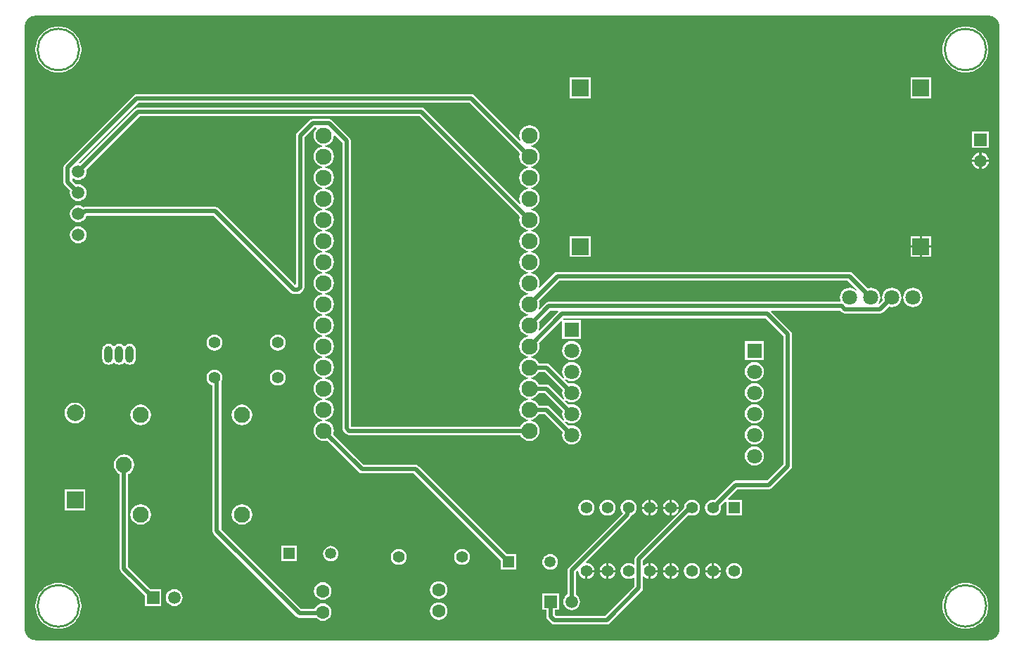
<source format=gbl>
G04*
G04 #@! TF.GenerationSoftware,Altium Limited,Altium Designer,22.2.1 (43)*
G04*
G04 Layer_Physical_Order=2*
G04 Layer_Color=16711680*
%FSLAX42Y42*%
%MOMM*%
G71*
G04*
G04 #@! TF.SameCoordinates,38A85AE6-A4D5-4193-AC1F-1DFF1A3BB725*
G04*
G04*
G04 #@! TF.FilePolarity,Positive*
G04*
G01*
G75*
%ADD13C,0.20*%
%ADD14C,0.25*%
%ADD34C,0.51*%
%ADD35C,1.40*%
%ADD36R,1.40X1.40*%
%ADD37R,1.80X1.80*%
%ADD38C,1.80*%
%ADD39C,1.93*%
%ADD40R,2.00X2.00*%
%ADD41C,1.50*%
%ADD42R,1.50X1.50*%
%ADD43C,1.95*%
%ADD44C,1.35*%
%ADD45R,1.35X1.35*%
%ADD46R,1.50X1.50*%
%ADD47C,1.60*%
%ADD48C,2.00*%
%ADD49O,1.00X2.00*%
%ADD50O,1.00X2.00*%
G36*
X14413Y12416D02*
X14437Y12406D01*
X14457Y12392D01*
X14475Y12375D01*
X14489Y12354D01*
X14499Y12331D01*
X14503Y12306D01*
Y12294D01*
Y5042D01*
Y5029D01*
X14499Y5005D01*
X14489Y4982D01*
X14475Y4961D01*
X14457Y4943D01*
X14437Y4929D01*
X14413Y4920D01*
X14389Y4915D01*
X2896D01*
X2871Y4920D01*
X2848Y4929D01*
X2827Y4943D01*
X2810Y4961D01*
X2796Y4982D01*
X2786Y5005D01*
X2781Y5029D01*
Y5042D01*
Y12294D01*
Y12306D01*
X2786Y12331D01*
X2796Y12354D01*
X2810Y12375D01*
X2827Y12392D01*
X2848Y12406D01*
X2871Y12416D01*
X2896Y12421D01*
X14389D01*
X14413Y12416D01*
D02*
G37*
%LPC*%
G36*
X14125Y12296D02*
X14075D01*
X14073Y12295D01*
X14070D01*
X14022Y12286D01*
X14020Y12285D01*
X14017Y12284D01*
X13972Y12265D01*
X13970Y12264D01*
X13967Y12263D01*
X13926Y12236D01*
X13924Y12234D01*
X13922Y12232D01*
X13888Y12198D01*
X13886Y12196D01*
X13884Y12194D01*
X13857Y12153D01*
X13856Y12150D01*
X13855Y12148D01*
X13836Y12103D01*
X13835Y12100D01*
X13834Y12098D01*
X13825Y12050D01*
Y12047D01*
X13824Y12045D01*
Y11995D01*
X13825Y11993D01*
Y11990D01*
X13834Y11942D01*
X13835Y11940D01*
X13836Y11937D01*
X13855Y11892D01*
X13856Y11890D01*
X13857Y11887D01*
X13884Y11846D01*
X13886Y11844D01*
X13888Y11842D01*
X13922Y11807D01*
X13924Y11806D01*
X13926Y11804D01*
X13967Y11777D01*
X13970Y11776D01*
X13972Y11775D01*
X14017Y11756D01*
X14020Y11755D01*
X14022Y11754D01*
X14070Y11745D01*
X14073D01*
X14075Y11744D01*
X14125D01*
X14127Y11745D01*
X14130D01*
X14178Y11754D01*
X14180Y11755D01*
X14183Y11756D01*
X14228Y11775D01*
X14230Y11776D01*
X14233Y11777D01*
X14274Y11804D01*
X14276Y11806D01*
X14278Y11807D01*
X14312Y11842D01*
X14314Y11844D01*
X14316Y11846D01*
X14343Y11887D01*
X14344Y11890D01*
X14345Y11892D01*
X14364Y11937D01*
X14365Y11940D01*
X14366Y11942D01*
X14375Y11990D01*
Y11993D01*
X14376Y11995D01*
Y12045D01*
X14375Y12047D01*
Y12050D01*
X14366Y12098D01*
X14365Y12100D01*
X14364Y12103D01*
X14345Y12148D01*
X14344Y12150D01*
X14343Y12153D01*
X14316Y12194D01*
X14314Y12196D01*
X14312Y12198D01*
X14278Y12232D01*
X14276Y12234D01*
X14274Y12236D01*
X14233Y12263D01*
X14230Y12264D01*
X14228Y12265D01*
X14183Y12284D01*
X14180Y12285D01*
X14178Y12286D01*
X14130Y12295D01*
X14127D01*
X14125Y12296D01*
D02*
G37*
G36*
X3205D02*
X3155D01*
X3153Y12295D01*
X3150D01*
X3102Y12286D01*
X3100Y12285D01*
X3097Y12284D01*
X3052Y12265D01*
X3050Y12264D01*
X3047Y12263D01*
X3006Y12236D01*
X3004Y12234D01*
X3002Y12232D01*
X2967Y12198D01*
X2966Y12196D01*
X2964Y12194D01*
X2937Y12153D01*
X2936Y12150D01*
X2935Y12148D01*
X2916Y12103D01*
X2915Y12100D01*
X2914Y12098D01*
X2905Y12050D01*
Y12047D01*
X2904Y12045D01*
Y11995D01*
X2905Y11993D01*
Y11990D01*
X2914Y11942D01*
X2915Y11940D01*
X2916Y11937D01*
X2935Y11892D01*
X2936Y11890D01*
X2937Y11887D01*
X2964Y11846D01*
X2966Y11844D01*
X2967Y11842D01*
X3002Y11807D01*
X3004Y11806D01*
X3006Y11804D01*
X3047Y11777D01*
X3050Y11776D01*
X3052Y11775D01*
X3097Y11756D01*
X3100Y11755D01*
X3102Y11754D01*
X3150Y11745D01*
X3153D01*
X3155Y11744D01*
X3205D01*
X3207Y11745D01*
X3210D01*
X3258Y11754D01*
X3260Y11755D01*
X3263Y11756D01*
X3308Y11775D01*
X3310Y11776D01*
X3313Y11777D01*
X3354Y11804D01*
X3356Y11806D01*
X3358Y11807D01*
X3392Y11842D01*
X3394Y11844D01*
X3396Y11846D01*
X3423Y11887D01*
X3424Y11890D01*
X3425Y11892D01*
X3444Y11937D01*
X3445Y11940D01*
X3446Y11942D01*
X3455Y11990D01*
Y11993D01*
X3456Y11995D01*
Y12045D01*
X3455Y12047D01*
Y12050D01*
X3446Y12098D01*
X3445Y12100D01*
X3444Y12103D01*
X3425Y12148D01*
X3424Y12150D01*
X3423Y12153D01*
X3396Y12194D01*
X3394Y12196D01*
X3392Y12198D01*
X3358Y12232D01*
X3356Y12234D01*
X3354Y12236D01*
X3313Y12263D01*
X3310Y12264D01*
X3308Y12265D01*
X3263Y12284D01*
X3260Y12285D01*
X3258Y12286D01*
X3210Y12295D01*
X3207D01*
X3205Y12296D01*
D02*
G37*
G36*
X13689Y11682D02*
X13438D01*
Y11432D01*
X13689D01*
Y11682D01*
D02*
G37*
G36*
X9589D02*
X9338D01*
Y11432D01*
X9589D01*
Y11682D01*
D02*
G37*
G36*
X14380Y11034D02*
X14180D01*
Y10834D01*
X14380D01*
Y11034D01*
D02*
G37*
G36*
X14293Y10780D02*
Y10693D01*
X14380D01*
X14378Y10706D01*
X14368Y10731D01*
X14352Y10752D01*
X14331Y10768D01*
X14306Y10778D01*
X14293Y10780D01*
D02*
G37*
G36*
X14267D02*
X14254Y10778D01*
X14229Y10768D01*
X14208Y10752D01*
X14192Y10731D01*
X14182Y10706D01*
X14180Y10693D01*
X14267D01*
Y10780D01*
D02*
G37*
G36*
X14380Y10667D02*
X14293D01*
Y10580D01*
X14306Y10582D01*
X14331Y10592D01*
X14352Y10608D01*
X14368Y10629D01*
X14378Y10654D01*
X14380Y10667D01*
D02*
G37*
G36*
X14267D02*
X14180D01*
X14182Y10654D01*
X14192Y10629D01*
X14208Y10608D01*
X14229Y10592D01*
X14254Y10582D01*
X14267Y10580D01*
Y10667D01*
D02*
G37*
G36*
X3420Y9889D02*
X3394Y9886D01*
X3369Y9876D01*
X3348Y9860D01*
X3332Y9839D01*
X3322Y9814D01*
X3319Y9788D01*
X3322Y9762D01*
X3332Y9737D01*
X3348Y9716D01*
X3369Y9700D01*
X3394Y9690D01*
X3420Y9687D01*
X3446Y9690D01*
X3471Y9700D01*
X3492Y9716D01*
X3508Y9737D01*
X3518Y9762D01*
X3521Y9788D01*
X3518Y9814D01*
X3508Y9839D01*
X3492Y9860D01*
X3471Y9876D01*
X3446Y9886D01*
X3420Y9889D01*
D02*
G37*
G36*
X13689Y9772D02*
X13576D01*
Y9660D01*
X13689D01*
Y9772D01*
D02*
G37*
G36*
X13551D02*
X13438D01*
Y9660D01*
X13551D01*
Y9772D01*
D02*
G37*
G36*
X13689Y9634D02*
X13576D01*
Y9522D01*
X13689D01*
Y9634D01*
D02*
G37*
G36*
X13551D02*
X13438D01*
Y9522D01*
X13551D01*
Y9634D01*
D02*
G37*
G36*
X9589Y9772D02*
X9338D01*
Y9522D01*
X9589D01*
Y9772D01*
D02*
G37*
G36*
X13468Y9151D02*
X13438Y9147D01*
X13410Y9135D01*
X13386Y9117D01*
X13367Y9092D01*
X13355Y9064D01*
X13352Y9034D01*
X13355Y9004D01*
X13367Y8976D01*
X13386Y8952D01*
X13410Y8933D01*
X13438Y8922D01*
X13468Y8918D01*
X13498Y8922D01*
X13526Y8933D01*
X13550Y8952D01*
X13569Y8976D01*
X13580Y9004D01*
X13584Y9034D01*
X13580Y9064D01*
X13569Y9092D01*
X13550Y9117D01*
X13526Y9135D01*
X13498Y9147D01*
X13468Y9151D01*
D02*
G37*
G36*
X4037Y8476D02*
X4017Y8473D01*
X3999Y8466D01*
X3983Y8454D01*
X3980Y8449D01*
X3967D01*
X3964Y8454D01*
X3948Y8466D01*
X3930Y8473D01*
X3910Y8476D01*
X3890Y8473D01*
X3872Y8466D01*
X3856Y8454D01*
X3853Y8449D01*
X3840D01*
X3837Y8454D01*
X3821Y8466D01*
X3803Y8473D01*
X3783Y8476D01*
X3763Y8473D01*
X3745Y8466D01*
X3729Y8454D01*
X3717Y8438D01*
X3710Y8420D01*
X3707Y8400D01*
Y8300D01*
X3710Y8280D01*
X3717Y8262D01*
X3729Y8246D01*
X3745Y8234D01*
X3763Y8227D01*
X3783Y8224D01*
X3803Y8227D01*
X3821Y8234D01*
X3837Y8246D01*
X3840Y8251D01*
X3853D01*
X3856Y8246D01*
X3872Y8234D01*
X3890Y8227D01*
X3910Y8224D01*
X3930Y8227D01*
X3948Y8234D01*
X3964Y8246D01*
X3967Y8251D01*
X3980D01*
X3983Y8246D01*
X3999Y8234D01*
X4017Y8227D01*
X4037Y8224D01*
X4057Y8227D01*
X4075Y8234D01*
X4091Y8246D01*
X4103Y8262D01*
X4110Y8280D01*
X4113Y8300D01*
Y8400D01*
X4110Y8420D01*
X4103Y8438D01*
X4091Y8454D01*
X4075Y8466D01*
X4057Y8473D01*
X4037Y8476D01*
D02*
G37*
G36*
X5821Y8586D02*
X5796Y8583D01*
X5773Y8573D01*
X5753Y8558D01*
X5738Y8538D01*
X5728Y8515D01*
X5725Y8490D01*
X5728Y8465D01*
X5738Y8442D01*
X5753Y8422D01*
X5773Y8407D01*
X5796Y8397D01*
X5821Y8394D01*
X5846Y8397D01*
X5869Y8407D01*
X5889Y8422D01*
X5904Y8442D01*
X5914Y8465D01*
X5917Y8490D01*
X5914Y8515D01*
X5904Y8538D01*
X5889Y8558D01*
X5869Y8573D01*
X5846Y8583D01*
X5821Y8586D01*
D02*
G37*
G36*
X5059D02*
X5034Y8583D01*
X5011Y8573D01*
X4991Y8558D01*
X4976Y8538D01*
X4966Y8515D01*
X4963Y8490D01*
X4966Y8465D01*
X4976Y8442D01*
X4991Y8422D01*
X5011Y8407D01*
X5034Y8397D01*
X5059Y8394D01*
X5084Y8397D01*
X5107Y8407D01*
X5127Y8422D01*
X5142Y8442D01*
X5152Y8465D01*
X5155Y8490D01*
X5152Y8515D01*
X5142Y8538D01*
X5127Y8558D01*
X5107Y8573D01*
X5084Y8583D01*
X5059Y8586D01*
D02*
G37*
G36*
X11675Y8510D02*
X11444D01*
Y8279D01*
X11675D01*
Y8510D01*
D02*
G37*
G36*
X9360Y8511D02*
X9330Y8507D01*
X9302Y8496D01*
X9278Y8477D01*
X9259Y8453D01*
X9247Y8425D01*
X9244Y8395D01*
X9247Y8365D01*
X9259Y8337D01*
X9278Y8312D01*
X9302Y8294D01*
X9330Y8282D01*
X9360Y8278D01*
X9390Y8282D01*
X9418Y8294D01*
X9442Y8312D01*
X9461Y8337D01*
X9472Y8365D01*
X9476Y8395D01*
X9472Y8425D01*
X9461Y8453D01*
X9442Y8477D01*
X9418Y8496D01*
X9390Y8507D01*
X9360Y8511D01*
D02*
G37*
G36*
X11560Y8257D02*
X11530Y8253D01*
X11502Y8242D01*
X11478Y8223D01*
X11459Y8199D01*
X11447Y8171D01*
X11444Y8141D01*
X11447Y8111D01*
X11459Y8083D01*
X11478Y8058D01*
X11502Y8040D01*
X11530Y8028D01*
X11560Y8024D01*
X11590Y8028D01*
X11618Y8040D01*
X11642Y8058D01*
X11661Y8083D01*
X11672Y8111D01*
X11676Y8141D01*
X11672Y8171D01*
X11661Y8199D01*
X11642Y8223D01*
X11618Y8242D01*
X11590Y8253D01*
X11560Y8257D01*
D02*
G37*
G36*
X5821Y8166D02*
X5796Y8163D01*
X5773Y8153D01*
X5753Y8138D01*
X5738Y8118D01*
X5728Y8095D01*
X5725Y8070D01*
X5728Y8045D01*
X5738Y8022D01*
X5753Y8002D01*
X5773Y7987D01*
X5796Y7977D01*
X5821Y7974D01*
X5846Y7977D01*
X5869Y7987D01*
X5889Y8002D01*
X5904Y8022D01*
X5914Y8045D01*
X5917Y8070D01*
X5914Y8095D01*
X5904Y8118D01*
X5889Y8138D01*
X5869Y8153D01*
X5846Y8163D01*
X5821Y8166D01*
D02*
G37*
G36*
X11560Y8003D02*
X11530Y7999D01*
X11502Y7988D01*
X11478Y7969D01*
X11459Y7945D01*
X11447Y7917D01*
X11444Y7887D01*
X11447Y7857D01*
X11459Y7829D01*
X11478Y7804D01*
X11502Y7786D01*
X11530Y7774D01*
X11560Y7770D01*
X11590Y7774D01*
X11618Y7786D01*
X11642Y7804D01*
X11661Y7829D01*
X11672Y7857D01*
X11676Y7887D01*
X11672Y7917D01*
X11661Y7945D01*
X11642Y7969D01*
X11618Y7988D01*
X11590Y7999D01*
X11560Y8003D01*
D02*
G37*
G36*
X3380Y7769D02*
X3347Y7765D01*
X3317Y7753D01*
X3291Y7732D01*
X3270Y7706D01*
X3258Y7676D01*
X3254Y7643D01*
X3258Y7610D01*
X3270Y7580D01*
X3291Y7554D01*
X3317Y7533D01*
X3347Y7521D01*
X3380Y7517D01*
X3413Y7521D01*
X3443Y7533D01*
X3469Y7554D01*
X3490Y7580D01*
X3502Y7610D01*
X3506Y7643D01*
X3502Y7676D01*
X3490Y7706D01*
X3469Y7732D01*
X3443Y7753D01*
X3413Y7765D01*
X3380Y7769D01*
D02*
G37*
G36*
X11560Y7749D02*
X11530Y7745D01*
X11502Y7734D01*
X11478Y7715D01*
X11459Y7691D01*
X11447Y7663D01*
X11444Y7633D01*
X11447Y7603D01*
X11459Y7575D01*
X11478Y7550D01*
X11502Y7532D01*
X11530Y7520D01*
X11560Y7516D01*
X11590Y7520D01*
X11618Y7532D01*
X11642Y7550D01*
X11661Y7575D01*
X11672Y7603D01*
X11676Y7633D01*
X11672Y7663D01*
X11661Y7691D01*
X11642Y7715D01*
X11618Y7734D01*
X11590Y7745D01*
X11560Y7749D01*
D02*
G37*
G36*
X5390Y7744D02*
X5358Y7740D01*
X5328Y7727D01*
X5302Y7708D01*
X5283Y7682D01*
X5270Y7652D01*
X5266Y7620D01*
X5270Y7588D01*
X5283Y7558D01*
X5302Y7532D01*
X5328Y7513D01*
X5358Y7500D01*
X5390Y7496D01*
X5422Y7500D01*
X5452Y7513D01*
X5478Y7532D01*
X5497Y7558D01*
X5510Y7588D01*
X5514Y7620D01*
X5510Y7652D01*
X5497Y7682D01*
X5478Y7708D01*
X5452Y7727D01*
X5422Y7740D01*
X5390Y7744D01*
D02*
G37*
G36*
X4170D02*
X4138Y7740D01*
X4108Y7727D01*
X4082Y7708D01*
X4063Y7682D01*
X4050Y7652D01*
X4046Y7620D01*
X4050Y7588D01*
X4063Y7558D01*
X4082Y7532D01*
X4108Y7513D01*
X4138Y7500D01*
X4170Y7496D01*
X4202Y7500D01*
X4232Y7513D01*
X4258Y7532D01*
X4277Y7558D01*
X4290Y7588D01*
X4294Y7620D01*
X4290Y7652D01*
X4277Y7682D01*
X4258Y7708D01*
X4232Y7727D01*
X4202Y7740D01*
X4170Y7744D01*
D02*
G37*
G36*
X8153Y11482D02*
X4122D01*
X4102Y11478D01*
X4085Y11467D01*
X3258Y10639D01*
X3246Y10622D01*
X3242Y10602D01*
Y10422D01*
X3246Y10402D01*
X3258Y10385D01*
X3322Y10321D01*
X3319Y10296D01*
X3322Y10270D01*
X3332Y10245D01*
X3348Y10224D01*
X3369Y10208D01*
X3394Y10198D01*
X3420Y10195D01*
X3446Y10198D01*
X3471Y10208D01*
X3492Y10224D01*
X3508Y10245D01*
X3518Y10270D01*
X3521Y10296D01*
X3518Y10322D01*
X3508Y10347D01*
X3492Y10368D01*
X3471Y10384D01*
X3446Y10394D01*
X3420Y10397D01*
X3395Y10394D01*
X3346Y10443D01*
Y10464D01*
X3359Y10470D01*
X3369Y10462D01*
X3394Y10452D01*
X3420Y10449D01*
X3446Y10452D01*
X3471Y10462D01*
X3492Y10478D01*
X3508Y10499D01*
X3518Y10524D01*
X3521Y10550D01*
X3518Y10575D01*
X4161Y11218D01*
X7530D01*
X8737Y10011D01*
X8733Y10001D01*
X8729Y9969D01*
X8733Y9938D01*
X8745Y9908D01*
X8765Y9883D01*
X8790Y9863D01*
X8820Y9851D01*
X8834Y9849D01*
Y9836D01*
X8820Y9834D01*
X8790Y9822D01*
X8765Y9802D01*
X8745Y9777D01*
X8733Y9747D01*
X8729Y9715D01*
X8733Y9684D01*
X8745Y9654D01*
X8765Y9629D01*
X8790Y9609D01*
X8820Y9597D01*
X8834Y9595D01*
Y9582D01*
X8820Y9580D01*
X8790Y9568D01*
X8765Y9548D01*
X8745Y9523D01*
X8733Y9493D01*
X8729Y9461D01*
X8733Y9430D01*
X8745Y9400D01*
X8765Y9375D01*
X8790Y9355D01*
X8820Y9343D01*
X8834Y9341D01*
Y9328D01*
X8820Y9326D01*
X8790Y9314D01*
X8765Y9294D01*
X8745Y9269D01*
X8733Y9239D01*
X8729Y9207D01*
X8733Y9176D01*
X8745Y9146D01*
X8765Y9121D01*
X8790Y9101D01*
X8820Y9089D01*
X8834Y9087D01*
Y9074D01*
X8820Y9072D01*
X8790Y9060D01*
X8765Y9040D01*
X8745Y9015D01*
X8733Y8985D01*
X8729Y8954D01*
X8733Y8922D01*
X8745Y8892D01*
X8765Y8867D01*
X8790Y8847D01*
X8820Y8835D01*
X8834Y8833D01*
Y8820D01*
X8820Y8818D01*
X8790Y8806D01*
X8765Y8786D01*
X8745Y8761D01*
X8733Y8731D01*
X8729Y8700D01*
X8733Y8668D01*
X8745Y8638D01*
X8765Y8613D01*
X8790Y8593D01*
X8820Y8581D01*
X8834Y8579D01*
Y8566D01*
X8820Y8564D01*
X8790Y8552D01*
X8765Y8532D01*
X8745Y8507D01*
X8733Y8477D01*
X8729Y8446D01*
X8733Y8414D01*
X8745Y8384D01*
X8765Y8359D01*
X8790Y8339D01*
X8820Y8327D01*
X8834Y8325D01*
Y8312D01*
X8820Y8310D01*
X8790Y8298D01*
X8765Y8278D01*
X8745Y8253D01*
X8733Y8223D01*
X8729Y8192D01*
X8733Y8160D01*
X8745Y8130D01*
X8765Y8105D01*
X8790Y8085D01*
X8820Y8073D01*
X8834Y8071D01*
Y8058D01*
X8820Y8056D01*
X8790Y8044D01*
X8765Y8024D01*
X8745Y7999D01*
X8733Y7969D01*
X8729Y7938D01*
X8733Y7906D01*
X8745Y7876D01*
X8765Y7851D01*
X8790Y7831D01*
X8820Y7819D01*
X8834Y7817D01*
Y7804D01*
X8820Y7802D01*
X8790Y7790D01*
X8765Y7770D01*
X8745Y7745D01*
X8733Y7715D01*
X8729Y7683D01*
X8733Y7652D01*
X8745Y7622D01*
X8765Y7597D01*
X8790Y7577D01*
X8820Y7565D01*
X8834Y7563D01*
Y7550D01*
X8820Y7548D01*
X8790Y7536D01*
X8765Y7516D01*
X8745Y7491D01*
X8741Y7481D01*
X6702D01*
Y10919D01*
X6698Y10939D01*
X6687Y10955D01*
X6473Y11169D01*
X6456Y11181D01*
X6436Y11185D01*
X6243D01*
X6223Y11181D01*
X6206Y11169D01*
X6053Y11017D01*
X6042Y11000D01*
X6038Y10980D01*
Y9195D01*
X6026Y9190D01*
X5109Y10108D01*
X5092Y10120D01*
X5072Y10124D01*
X3499D01*
X3483Y10120D01*
X3471Y10130D01*
X3446Y10140D01*
X3420Y10143D01*
X3394Y10140D01*
X3369Y10130D01*
X3348Y10114D01*
X3332Y10093D01*
X3322Y10068D01*
X3319Y10042D01*
X3322Y10016D01*
X3332Y9991D01*
X3348Y9970D01*
X3369Y9954D01*
X3394Y9944D01*
X3420Y9941D01*
X3446Y9944D01*
X3471Y9954D01*
X3492Y9970D01*
X3508Y9991D01*
X3518Y10016D01*
X3518Y10020D01*
X3519Y10020D01*
X5050D01*
X5982Y9089D01*
X5998Y9078D01*
X6018Y9074D01*
X6060D01*
X6080Y9078D01*
X6097Y9089D01*
X6127Y9119D01*
X6127Y9119D01*
X6138Y9135D01*
X6142Y9155D01*
Y10959D01*
X6264Y11081D01*
X6279D01*
X6285Y11068D01*
X6268Y11047D01*
X6256Y11017D01*
X6252Y10986D01*
X6256Y10954D01*
X6268Y10924D01*
X6288Y10899D01*
X6313Y10879D01*
X6343Y10867D01*
X6357Y10865D01*
Y10852D01*
X6343Y10850D01*
X6313Y10838D01*
X6288Y10818D01*
X6268Y10793D01*
X6256Y10763D01*
X6252Y10732D01*
X6256Y10700D01*
X6268Y10670D01*
X6288Y10645D01*
X6313Y10625D01*
X6343Y10613D01*
X6357Y10611D01*
Y10598D01*
X6343Y10596D01*
X6313Y10584D01*
X6288Y10564D01*
X6268Y10539D01*
X6256Y10509D01*
X6252Y10478D01*
X6256Y10446D01*
X6268Y10416D01*
X6288Y10391D01*
X6313Y10371D01*
X6343Y10359D01*
X6357Y10357D01*
Y10344D01*
X6343Y10342D01*
X6313Y10330D01*
X6288Y10310D01*
X6268Y10285D01*
X6256Y10255D01*
X6252Y10224D01*
X6256Y10192D01*
X6268Y10162D01*
X6288Y10137D01*
X6313Y10117D01*
X6343Y10105D01*
X6357Y10103D01*
Y10090D01*
X6343Y10088D01*
X6313Y10076D01*
X6288Y10056D01*
X6268Y10031D01*
X6256Y10001D01*
X6252Y9969D01*
X6256Y9938D01*
X6268Y9908D01*
X6288Y9883D01*
X6313Y9863D01*
X6343Y9851D01*
X6357Y9849D01*
Y9836D01*
X6343Y9834D01*
X6313Y9822D01*
X6288Y9802D01*
X6268Y9777D01*
X6256Y9747D01*
X6252Y9715D01*
X6256Y9684D01*
X6268Y9654D01*
X6288Y9629D01*
X6313Y9609D01*
X6343Y9597D01*
X6357Y9595D01*
Y9582D01*
X6343Y9580D01*
X6313Y9568D01*
X6288Y9548D01*
X6268Y9523D01*
X6256Y9493D01*
X6252Y9461D01*
X6256Y9430D01*
X6268Y9400D01*
X6288Y9375D01*
X6313Y9355D01*
X6343Y9343D01*
X6357Y9341D01*
Y9328D01*
X6343Y9326D01*
X6313Y9314D01*
X6288Y9294D01*
X6268Y9269D01*
X6256Y9239D01*
X6252Y9207D01*
X6256Y9176D01*
X6268Y9146D01*
X6288Y9121D01*
X6313Y9101D01*
X6343Y9089D01*
X6357Y9087D01*
Y9074D01*
X6343Y9072D01*
X6313Y9060D01*
X6288Y9040D01*
X6268Y9015D01*
X6256Y8985D01*
X6252Y8954D01*
X6256Y8922D01*
X6268Y8892D01*
X6288Y8867D01*
X6313Y8847D01*
X6343Y8835D01*
X6357Y8833D01*
Y8820D01*
X6343Y8818D01*
X6313Y8806D01*
X6288Y8786D01*
X6268Y8761D01*
X6256Y8731D01*
X6252Y8700D01*
X6256Y8668D01*
X6268Y8638D01*
X6288Y8613D01*
X6313Y8593D01*
X6343Y8581D01*
X6357Y8579D01*
Y8566D01*
X6343Y8564D01*
X6313Y8552D01*
X6288Y8532D01*
X6268Y8507D01*
X6256Y8477D01*
X6252Y8446D01*
X6256Y8414D01*
X6268Y8384D01*
X6288Y8359D01*
X6313Y8339D01*
X6343Y8327D01*
X6357Y8325D01*
Y8312D01*
X6343Y8310D01*
X6313Y8298D01*
X6288Y8278D01*
X6268Y8253D01*
X6256Y8223D01*
X6252Y8192D01*
X6256Y8160D01*
X6268Y8130D01*
X6288Y8105D01*
X6313Y8085D01*
X6343Y8073D01*
X6357Y8071D01*
Y8058D01*
X6343Y8056D01*
X6313Y8044D01*
X6288Y8024D01*
X6268Y7999D01*
X6256Y7969D01*
X6252Y7938D01*
X6256Y7906D01*
X6268Y7876D01*
X6288Y7851D01*
X6313Y7831D01*
X6343Y7819D01*
X6357Y7817D01*
Y7804D01*
X6343Y7802D01*
X6313Y7790D01*
X6288Y7770D01*
X6268Y7745D01*
X6256Y7715D01*
X6252Y7683D01*
X6256Y7652D01*
X6268Y7622D01*
X6288Y7597D01*
X6313Y7577D01*
X6343Y7565D01*
X6357Y7563D01*
Y7550D01*
X6343Y7548D01*
X6313Y7536D01*
X6288Y7516D01*
X6268Y7491D01*
X6256Y7461D01*
X6252Y7429D01*
X6256Y7398D01*
X6268Y7368D01*
X6288Y7343D01*
X6313Y7323D01*
X6343Y7311D01*
X6375Y7307D01*
X6407Y7311D01*
X6416Y7315D01*
X6798Y6933D01*
X6815Y6922D01*
X6834Y6918D01*
X7459D01*
X8507Y5870D01*
Y5757D01*
X8693D01*
Y5943D01*
X8580D01*
X7517Y7007D01*
X7500Y7018D01*
X7480Y7022D01*
X6856D01*
X6490Y7388D01*
X6494Y7398D01*
X6498Y7429D01*
X6494Y7461D01*
X6481Y7491D01*
X6462Y7516D01*
X6436Y7536D01*
X6407Y7548D01*
X6393Y7550D01*
Y7563D01*
X6407Y7565D01*
X6436Y7577D01*
X6462Y7597D01*
X6481Y7622D01*
X6494Y7652D01*
X6498Y7683D01*
X6494Y7715D01*
X6481Y7745D01*
X6462Y7770D01*
X6436Y7790D01*
X6407Y7802D01*
X6393Y7804D01*
Y7817D01*
X6407Y7819D01*
X6436Y7831D01*
X6462Y7851D01*
X6481Y7876D01*
X6494Y7906D01*
X6498Y7938D01*
X6494Y7969D01*
X6481Y7999D01*
X6462Y8024D01*
X6436Y8044D01*
X6407Y8056D01*
X6393Y8058D01*
Y8071D01*
X6407Y8073D01*
X6436Y8085D01*
X6462Y8105D01*
X6481Y8130D01*
X6494Y8160D01*
X6498Y8192D01*
X6494Y8223D01*
X6481Y8253D01*
X6462Y8278D01*
X6436Y8298D01*
X6407Y8310D01*
X6393Y8312D01*
Y8325D01*
X6407Y8327D01*
X6436Y8339D01*
X6462Y8359D01*
X6481Y8384D01*
X6494Y8414D01*
X6498Y8446D01*
X6494Y8477D01*
X6481Y8507D01*
X6462Y8532D01*
X6436Y8552D01*
X6407Y8564D01*
X6393Y8566D01*
Y8579D01*
X6407Y8581D01*
X6436Y8593D01*
X6462Y8613D01*
X6481Y8638D01*
X6494Y8668D01*
X6498Y8700D01*
X6494Y8731D01*
X6481Y8761D01*
X6462Y8786D01*
X6436Y8806D01*
X6407Y8818D01*
X6393Y8820D01*
Y8833D01*
X6407Y8835D01*
X6436Y8847D01*
X6462Y8867D01*
X6481Y8892D01*
X6494Y8922D01*
X6498Y8954D01*
X6494Y8985D01*
X6481Y9015D01*
X6462Y9040D01*
X6436Y9060D01*
X6407Y9072D01*
X6393Y9074D01*
Y9087D01*
X6407Y9089D01*
X6436Y9101D01*
X6462Y9121D01*
X6481Y9146D01*
X6494Y9176D01*
X6498Y9207D01*
X6494Y9239D01*
X6481Y9269D01*
X6462Y9294D01*
X6436Y9314D01*
X6407Y9326D01*
X6393Y9328D01*
Y9341D01*
X6407Y9343D01*
X6436Y9355D01*
X6462Y9375D01*
X6481Y9400D01*
X6494Y9430D01*
X6498Y9461D01*
X6494Y9493D01*
X6481Y9523D01*
X6462Y9548D01*
X6436Y9568D01*
X6407Y9580D01*
X6393Y9582D01*
Y9595D01*
X6407Y9597D01*
X6436Y9609D01*
X6462Y9629D01*
X6481Y9654D01*
X6494Y9684D01*
X6498Y9715D01*
X6494Y9747D01*
X6481Y9777D01*
X6462Y9802D01*
X6436Y9822D01*
X6407Y9834D01*
X6393Y9836D01*
Y9849D01*
X6407Y9851D01*
X6436Y9863D01*
X6462Y9883D01*
X6481Y9908D01*
X6494Y9938D01*
X6498Y9969D01*
X6494Y10001D01*
X6481Y10031D01*
X6462Y10056D01*
X6436Y10076D01*
X6407Y10088D01*
X6393Y10090D01*
Y10103D01*
X6407Y10105D01*
X6436Y10117D01*
X6462Y10137D01*
X6481Y10162D01*
X6494Y10192D01*
X6498Y10224D01*
X6494Y10255D01*
X6481Y10285D01*
X6462Y10310D01*
X6436Y10330D01*
X6407Y10342D01*
X6393Y10344D01*
Y10357D01*
X6407Y10359D01*
X6436Y10371D01*
X6462Y10391D01*
X6481Y10416D01*
X6494Y10446D01*
X6498Y10478D01*
X6494Y10509D01*
X6481Y10539D01*
X6462Y10564D01*
X6436Y10584D01*
X6407Y10596D01*
X6393Y10598D01*
Y10611D01*
X6407Y10613D01*
X6436Y10625D01*
X6462Y10645D01*
X6481Y10670D01*
X6494Y10700D01*
X6498Y10732D01*
X6494Y10763D01*
X6481Y10793D01*
X6462Y10818D01*
X6436Y10838D01*
X6407Y10850D01*
X6393Y10852D01*
Y10865D01*
X6407Y10867D01*
X6436Y10879D01*
X6462Y10899D01*
X6481Y10924D01*
X6494Y10954D01*
X6497Y10980D01*
X6510Y10985D01*
X6598Y10897D01*
Y7459D01*
X6602Y7439D01*
X6613Y7423D01*
X6643Y7393D01*
X6643Y7393D01*
X6660Y7382D01*
X6680Y7378D01*
X8741D01*
X8745Y7368D01*
X8765Y7343D01*
X8790Y7323D01*
X8820Y7311D01*
X8852Y7307D01*
X8884Y7311D01*
X8913Y7323D01*
X8939Y7343D01*
X8958Y7368D01*
X8971Y7398D01*
X8975Y7429D01*
X8971Y7461D01*
X8958Y7491D01*
X8939Y7516D01*
X8913Y7536D01*
X8884Y7548D01*
X8870Y7550D01*
Y7563D01*
X8884Y7565D01*
X8913Y7577D01*
X8939Y7597D01*
X8958Y7622D01*
X8961Y7627D01*
X9038D01*
X9250Y7415D01*
X9247Y7409D01*
X9244Y7379D01*
X9247Y7349D01*
X9259Y7321D01*
X9278Y7296D01*
X9302Y7278D01*
X9330Y7266D01*
X9360Y7262D01*
X9390Y7266D01*
X9418Y7278D01*
X9442Y7296D01*
X9461Y7321D01*
X9472Y7349D01*
X9476Y7379D01*
X9472Y7409D01*
X9461Y7437D01*
X9442Y7461D01*
X9418Y7480D01*
X9390Y7491D01*
X9360Y7495D01*
X9330Y7491D01*
X9323Y7488D01*
X9277Y7535D01*
X9285Y7544D01*
X9302Y7532D01*
X9330Y7520D01*
X9360Y7516D01*
X9390Y7520D01*
X9418Y7532D01*
X9442Y7550D01*
X9461Y7575D01*
X9472Y7603D01*
X9476Y7633D01*
X9472Y7663D01*
X9461Y7691D01*
X9442Y7715D01*
X9418Y7734D01*
X9390Y7745D01*
X9360Y7749D01*
X9330Y7745D01*
X9323Y7742D01*
X9277Y7789D01*
X9285Y7798D01*
X9302Y7786D01*
X9330Y7774D01*
X9360Y7770D01*
X9390Y7774D01*
X9418Y7786D01*
X9442Y7804D01*
X9461Y7829D01*
X9472Y7857D01*
X9476Y7887D01*
X9472Y7917D01*
X9461Y7945D01*
X9442Y7969D01*
X9418Y7988D01*
X9390Y7999D01*
X9360Y8003D01*
X9330Y7999D01*
X9323Y7996D01*
X9277Y8043D01*
X9285Y8052D01*
X9302Y8040D01*
X9330Y8028D01*
X9360Y8024D01*
X9390Y8028D01*
X9418Y8040D01*
X9442Y8058D01*
X9461Y8083D01*
X9472Y8111D01*
X9476Y8141D01*
X9472Y8171D01*
X9461Y8199D01*
X9442Y8223D01*
X9418Y8242D01*
X9390Y8253D01*
X9360Y8257D01*
X9330Y8253D01*
X9302Y8242D01*
X9278Y8223D01*
X9259Y8199D01*
X9247Y8171D01*
X9244Y8141D01*
X9247Y8111D01*
X9259Y8083D01*
X9272Y8066D01*
X9262Y8058D01*
X9096Y8224D01*
X9079Y8235D01*
X9060Y8239D01*
X8964D01*
X8958Y8253D01*
X8939Y8278D01*
X8913Y8298D01*
X8884Y8310D01*
X8870Y8312D01*
Y8325D01*
X8884Y8327D01*
X8913Y8339D01*
X8939Y8359D01*
X8958Y8384D01*
X8971Y8414D01*
X8975Y8446D01*
X8971Y8477D01*
X8967Y8487D01*
X9232Y8752D01*
X9244Y8747D01*
Y8533D01*
X9475D01*
Y8764D01*
X9262D01*
X9256Y8777D01*
X9265Y8785D01*
X11693D01*
X11907Y8571D01*
Y7025D01*
X11712Y6830D01*
X11337D01*
X11317Y6826D01*
X11301Y6815D01*
X11082Y6596D01*
X11062Y6599D01*
X11037Y6595D01*
X11014Y6586D01*
X10994Y6570D01*
X10978Y6551D01*
X10969Y6527D01*
X10965Y6502D01*
X10969Y6477D01*
X10978Y6454D01*
X10994Y6434D01*
X11014Y6419D01*
X11037Y6409D01*
X11062Y6406D01*
X11087Y6409D01*
X11110Y6419D01*
X11130Y6434D01*
X11145Y6454D01*
X11155Y6477D01*
X11158Y6502D01*
X11155Y6523D01*
X11209Y6576D01*
X11220Y6571D01*
Y6407D01*
X11411D01*
Y6598D01*
X11247D01*
X11242Y6610D01*
X11359Y6726D01*
X11733D01*
X11753Y6730D01*
X11770Y6741D01*
X11996Y6967D01*
X12007Y6984D01*
X12011Y7004D01*
Y8592D01*
X12007Y8612D01*
X11996Y8629D01*
X11759Y8866D01*
X11764Y8878D01*
X12590D01*
X12611Y8857D01*
X12628Y8846D01*
X12648Y8842D01*
X13073D01*
X13093Y8846D01*
X13110Y8857D01*
X13177Y8925D01*
X13184Y8922D01*
X13214Y8918D01*
X13244Y8922D01*
X13272Y8933D01*
X13296Y8952D01*
X13315Y8976D01*
X13326Y9004D01*
X13330Y9034D01*
X13326Y9064D01*
X13315Y9092D01*
X13296Y9117D01*
X13272Y9135D01*
X13244Y9147D01*
X13214Y9151D01*
X13184Y9147D01*
X13156Y9135D01*
X13132Y9117D01*
X13113Y9092D01*
X13101Y9064D01*
X13098Y9034D01*
X13101Y9004D01*
X13104Y8998D01*
X13058Y8951D01*
X13048Y8960D01*
X13061Y8976D01*
X13072Y9004D01*
X13076Y9034D01*
X13072Y9064D01*
X13061Y9092D01*
X13042Y9117D01*
X13018Y9135D01*
X12990Y9147D01*
X12960Y9151D01*
X12930Y9147D01*
X12923Y9144D01*
X12741Y9327D01*
X12724Y9338D01*
X12704Y9342D01*
X9188D01*
X9169Y9338D01*
X9152Y9327D01*
X8973Y9148D01*
X8962Y9155D01*
X8971Y9176D01*
X8975Y9207D01*
X8971Y9239D01*
X8958Y9269D01*
X8939Y9294D01*
X8913Y9314D01*
X8884Y9326D01*
X8870Y9328D01*
Y9341D01*
X8884Y9343D01*
X8913Y9355D01*
X8939Y9375D01*
X8958Y9400D01*
X8971Y9430D01*
X8975Y9461D01*
X8971Y9493D01*
X8958Y9523D01*
X8939Y9548D01*
X8913Y9568D01*
X8884Y9580D01*
X8870Y9582D01*
Y9595D01*
X8884Y9597D01*
X8913Y9609D01*
X8939Y9629D01*
X8958Y9654D01*
X8971Y9684D01*
X8975Y9715D01*
X8971Y9747D01*
X8958Y9777D01*
X8939Y9802D01*
X8913Y9822D01*
X8884Y9834D01*
X8870Y9836D01*
Y9849D01*
X8884Y9851D01*
X8913Y9863D01*
X8939Y9883D01*
X8958Y9908D01*
X8971Y9938D01*
X8975Y9969D01*
X8971Y10001D01*
X8958Y10031D01*
X8939Y10056D01*
X8913Y10076D01*
X8884Y10088D01*
X8870Y10090D01*
Y10103D01*
X8884Y10105D01*
X8913Y10117D01*
X8939Y10137D01*
X8958Y10162D01*
X8971Y10192D01*
X8975Y10224D01*
X8971Y10255D01*
X8958Y10285D01*
X8939Y10310D01*
X8913Y10330D01*
X8884Y10342D01*
X8870Y10344D01*
Y10357D01*
X8884Y10359D01*
X8913Y10371D01*
X8939Y10391D01*
X8958Y10416D01*
X8971Y10446D01*
X8975Y10478D01*
X8971Y10509D01*
X8958Y10539D01*
X8939Y10564D01*
X8913Y10584D01*
X8884Y10596D01*
X8870Y10598D01*
Y10611D01*
X8884Y10613D01*
X8913Y10625D01*
X8939Y10645D01*
X8958Y10670D01*
X8971Y10700D01*
X8975Y10732D01*
X8971Y10763D01*
X8958Y10793D01*
X8939Y10818D01*
X8913Y10838D01*
X8884Y10850D01*
X8870Y10852D01*
Y10865D01*
X8884Y10867D01*
X8913Y10879D01*
X8939Y10899D01*
X8958Y10924D01*
X8971Y10954D01*
X8975Y10986D01*
X8971Y11017D01*
X8958Y11047D01*
X8939Y11072D01*
X8913Y11092D01*
X8884Y11104D01*
X8852Y11108D01*
X8820Y11104D01*
X8790Y11092D01*
X8765Y11072D01*
X8745Y11047D01*
X8733Y11017D01*
X8729Y10986D01*
X8733Y10954D01*
X8742Y10933D01*
X8731Y10926D01*
X8190Y11467D01*
X8173Y11478D01*
X8153Y11482D01*
D02*
G37*
G36*
X11560Y7495D02*
X11530Y7491D01*
X11502Y7480D01*
X11478Y7461D01*
X11459Y7437D01*
X11447Y7409D01*
X11444Y7379D01*
X11447Y7349D01*
X11459Y7321D01*
X11478Y7296D01*
X11502Y7278D01*
X11530Y7266D01*
X11560Y7262D01*
X11590Y7266D01*
X11618Y7278D01*
X11642Y7296D01*
X11661Y7321D01*
X11672Y7349D01*
X11676Y7379D01*
X11672Y7409D01*
X11661Y7437D01*
X11642Y7461D01*
X11618Y7480D01*
X11590Y7491D01*
X11560Y7495D01*
D02*
G37*
G36*
Y7241D02*
X11530Y7237D01*
X11502Y7226D01*
X11478Y7207D01*
X11459Y7183D01*
X11447Y7155D01*
X11444Y7125D01*
X11447Y7095D01*
X11459Y7067D01*
X11478Y7042D01*
X11502Y7024D01*
X11530Y7012D01*
X11560Y7008D01*
X11590Y7012D01*
X11618Y7024D01*
X11642Y7042D01*
X11661Y7067D01*
X11672Y7095D01*
X11676Y7125D01*
X11672Y7155D01*
X11661Y7183D01*
X11642Y7207D01*
X11618Y7226D01*
X11590Y7237D01*
X11560Y7241D01*
D02*
G37*
G36*
X10566Y6597D02*
Y6515D01*
X10648D01*
X10647Y6527D01*
X10637Y6551D01*
X10622Y6570D01*
X10602Y6586D01*
X10579Y6595D01*
X10566Y6597D01*
D02*
G37*
G36*
X10312D02*
Y6515D01*
X10394D01*
X10393Y6527D01*
X10383Y6551D01*
X10368Y6570D01*
X10348Y6586D01*
X10325Y6595D01*
X10312Y6597D01*
D02*
G37*
G36*
X10541D02*
X10529Y6595D01*
X10506Y6586D01*
X10486Y6570D01*
X10470Y6551D01*
X10461Y6527D01*
X10459Y6515D01*
X10541D01*
Y6597D01*
D02*
G37*
G36*
X10287D02*
X10275Y6595D01*
X10252Y6586D01*
X10232Y6570D01*
X10216Y6551D01*
X10207Y6527D01*
X10205Y6515D01*
X10287D01*
Y6597D01*
D02*
G37*
G36*
X3505Y6722D02*
X3255D01*
Y6472D01*
X3505D01*
Y6722D01*
D02*
G37*
G36*
X10648Y6490D02*
X10566D01*
Y6408D01*
X10579Y6409D01*
X10602Y6419D01*
X10622Y6434D01*
X10637Y6454D01*
X10647Y6477D01*
X10648Y6490D01*
D02*
G37*
G36*
X10394D02*
X10312D01*
Y6408D01*
X10325Y6409D01*
X10348Y6419D01*
X10368Y6434D01*
X10383Y6454D01*
X10393Y6477D01*
X10394Y6490D01*
D02*
G37*
G36*
X10541D02*
X10459D01*
X10461Y6477D01*
X10470Y6454D01*
X10486Y6434D01*
X10506Y6419D01*
X10529Y6409D01*
X10541Y6408D01*
Y6490D01*
D02*
G37*
G36*
X10287D02*
X10205D01*
X10207Y6477D01*
X10216Y6454D01*
X10232Y6434D01*
X10252Y6419D01*
X10275Y6409D01*
X10287Y6408D01*
Y6490D01*
D02*
G37*
G36*
X10808Y6599D02*
X10783Y6595D01*
X10760Y6586D01*
X10740Y6570D01*
X10724Y6551D01*
X10715Y6527D01*
X10712Y6504D01*
X10709Y6501D01*
X10706Y6499D01*
X10706Y6499D01*
X10130Y5923D01*
X10119Y5906D01*
X10115Y5887D01*
Y5824D01*
X10102Y5817D01*
X10094Y5824D01*
X10071Y5833D01*
X10046Y5837D01*
X10021Y5833D01*
X9998Y5824D01*
X9978Y5808D01*
X9962Y5789D01*
X9953Y5765D01*
X9949Y5740D01*
X9953Y5715D01*
X9962Y5692D01*
X9978Y5672D01*
X9998Y5657D01*
X10021Y5647D01*
X10046Y5644D01*
X10071Y5647D01*
X10094Y5657D01*
X10102Y5663D01*
X10115Y5657D01*
Y5556D01*
X9760Y5201D01*
X9170D01*
X9158Y5214D01*
Y5272D01*
X9206D01*
Y5472D01*
X9006D01*
Y5272D01*
X9054D01*
Y5192D01*
X9058Y5172D01*
X9069Y5155D01*
X9112Y5112D01*
X9129Y5101D01*
X9149Y5097D01*
X9781D01*
X9801Y5101D01*
X9818Y5112D01*
X10203Y5498D01*
X10214Y5515D01*
X10218Y5535D01*
Y5670D01*
X10230Y5674D01*
X10232Y5672D01*
X10252Y5657D01*
X10275Y5647D01*
X10287Y5646D01*
Y5740D01*
Y5835D01*
X10275Y5833D01*
X10252Y5824D01*
X10232Y5808D01*
X10230Y5807D01*
X10218Y5811D01*
Y5865D01*
X10769Y6415D01*
X10783Y6409D01*
X10808Y6406D01*
X10833Y6409D01*
X10856Y6419D01*
X10876Y6434D01*
X10891Y6454D01*
X10901Y6477D01*
X10904Y6502D01*
X10901Y6527D01*
X10891Y6551D01*
X10876Y6570D01*
X10856Y6586D01*
X10833Y6595D01*
X10808Y6599D01*
D02*
G37*
G36*
X9792D02*
X9767Y6595D01*
X9744Y6586D01*
X9724Y6570D01*
X9708Y6551D01*
X9699Y6527D01*
X9695Y6502D01*
X9699Y6477D01*
X9708Y6454D01*
X9724Y6434D01*
X9744Y6419D01*
X9767Y6409D01*
X9792Y6406D01*
X9817Y6409D01*
X9840Y6419D01*
X9860Y6434D01*
X9875Y6454D01*
X9885Y6477D01*
X9888Y6502D01*
X9885Y6527D01*
X9875Y6551D01*
X9860Y6570D01*
X9840Y6586D01*
X9817Y6595D01*
X9792Y6599D01*
D02*
G37*
G36*
X9538D02*
X9513Y6595D01*
X9490Y6586D01*
X9470Y6570D01*
X9454Y6551D01*
X9445Y6527D01*
X9441Y6502D01*
X9445Y6477D01*
X9454Y6454D01*
X9470Y6434D01*
X9490Y6419D01*
X9513Y6409D01*
X9538Y6406D01*
X9563Y6409D01*
X9586Y6419D01*
X9606Y6434D01*
X9621Y6454D01*
X9631Y6477D01*
X9634Y6502D01*
X9631Y6527D01*
X9621Y6551D01*
X9606Y6570D01*
X9586Y6586D01*
X9563Y6595D01*
X9538Y6599D01*
D02*
G37*
G36*
X5390Y6544D02*
X5358Y6540D01*
X5328Y6527D01*
X5302Y6508D01*
X5283Y6482D01*
X5270Y6452D01*
X5266Y6420D01*
X5270Y6388D01*
X5283Y6358D01*
X5302Y6332D01*
X5328Y6313D01*
X5358Y6300D01*
X5390Y6296D01*
X5422Y6300D01*
X5452Y6313D01*
X5478Y6332D01*
X5497Y6358D01*
X5510Y6388D01*
X5514Y6420D01*
X5510Y6452D01*
X5497Y6482D01*
X5478Y6508D01*
X5452Y6527D01*
X5422Y6540D01*
X5390Y6544D01*
D02*
G37*
G36*
X4170D02*
X4138Y6540D01*
X4108Y6527D01*
X4082Y6508D01*
X4063Y6482D01*
X4050Y6452D01*
X4046Y6420D01*
X4050Y6388D01*
X4063Y6358D01*
X4082Y6332D01*
X4108Y6313D01*
X4138Y6300D01*
X4170Y6296D01*
X4202Y6300D01*
X4232Y6313D01*
X4258Y6332D01*
X4277Y6358D01*
X4290Y6388D01*
X4294Y6420D01*
X4290Y6452D01*
X4277Y6482D01*
X4258Y6508D01*
X4232Y6527D01*
X4202Y6540D01*
X4170Y6544D01*
D02*
G37*
G36*
X6053Y6043D02*
X5867D01*
Y5857D01*
X6053D01*
Y6043D01*
D02*
G37*
G36*
X6460Y6044D02*
X6436Y6041D01*
X6413Y6031D01*
X6394Y6016D01*
X6379Y5997D01*
X6369Y5974D01*
X6366Y5950D01*
X6369Y5926D01*
X6379Y5903D01*
X6394Y5884D01*
X6413Y5869D01*
X6436Y5859D01*
X6460Y5856D01*
X6484Y5859D01*
X6507Y5869D01*
X6526Y5884D01*
X6541Y5903D01*
X6551Y5926D01*
X6554Y5950D01*
X6551Y5974D01*
X6541Y5997D01*
X6526Y6016D01*
X6507Y6031D01*
X6484Y6041D01*
X6460Y6044D01*
D02*
G37*
G36*
X8041Y6006D02*
X8016Y6003D01*
X7993Y5993D01*
X7973Y5978D01*
X7958Y5958D01*
X7948Y5935D01*
X7945Y5910D01*
X7948Y5885D01*
X7958Y5862D01*
X7973Y5842D01*
X7993Y5827D01*
X8016Y5817D01*
X8041Y5814D01*
X8066Y5817D01*
X8089Y5827D01*
X8109Y5842D01*
X8124Y5862D01*
X8134Y5885D01*
X8137Y5910D01*
X8134Y5935D01*
X8124Y5958D01*
X8109Y5978D01*
X8089Y5993D01*
X8066Y6003D01*
X8041Y6006D01*
D02*
G37*
G36*
X7279D02*
X7254Y6003D01*
X7231Y5993D01*
X7211Y5978D01*
X7196Y5958D01*
X7186Y5935D01*
X7183Y5910D01*
X7186Y5885D01*
X7196Y5862D01*
X7211Y5842D01*
X7231Y5827D01*
X7254Y5817D01*
X7279Y5814D01*
X7304Y5817D01*
X7327Y5827D01*
X7347Y5842D01*
X7362Y5862D01*
X7372Y5885D01*
X7375Y5910D01*
X7372Y5935D01*
X7362Y5958D01*
X7347Y5978D01*
X7327Y5993D01*
X7304Y6003D01*
X7279Y6006D01*
D02*
G37*
G36*
X9100Y5944D02*
X9076Y5941D01*
X9053Y5931D01*
X9034Y5916D01*
X9019Y5897D01*
X9009Y5874D01*
X9006Y5850D01*
X9009Y5826D01*
X9019Y5803D01*
X9034Y5784D01*
X9053Y5769D01*
X9076Y5759D01*
X9100Y5756D01*
X9124Y5759D01*
X9147Y5769D01*
X9166Y5784D01*
X9181Y5803D01*
X9191Y5826D01*
X9194Y5850D01*
X9191Y5874D01*
X9181Y5897D01*
X9166Y5916D01*
X9147Y5931D01*
X9124Y5941D01*
X9100Y5944D01*
D02*
G37*
G36*
X11074Y5835D02*
Y5753D01*
X11156D01*
X11155Y5765D01*
X11145Y5789D01*
X11130Y5808D01*
X11110Y5824D01*
X11087Y5833D01*
X11074Y5835D01*
D02*
G37*
G36*
X10566D02*
Y5753D01*
X10648D01*
X10647Y5765D01*
X10637Y5789D01*
X10622Y5808D01*
X10602Y5824D01*
X10579Y5833D01*
X10566Y5835D01*
D02*
G37*
G36*
X10312D02*
Y5753D01*
X10394D01*
X10393Y5765D01*
X10383Y5789D01*
X10368Y5808D01*
X10348Y5824D01*
X10325Y5833D01*
X10312Y5835D01*
D02*
G37*
G36*
X9804D02*
Y5753D01*
X9886D01*
X9885Y5765D01*
X9875Y5789D01*
X9860Y5808D01*
X9840Y5824D01*
X9817Y5833D01*
X9804Y5835D01*
D02*
G37*
G36*
X11049D02*
X11037Y5833D01*
X11014Y5824D01*
X10994Y5808D01*
X10978Y5789D01*
X10969Y5765D01*
X10967Y5753D01*
X11049D01*
Y5835D01*
D02*
G37*
G36*
X10541D02*
X10529Y5833D01*
X10506Y5824D01*
X10486Y5808D01*
X10470Y5789D01*
X10461Y5765D01*
X10459Y5753D01*
X10541D01*
Y5835D01*
D02*
G37*
G36*
X9779D02*
X9767Y5833D01*
X9744Y5824D01*
X9724Y5808D01*
X9708Y5789D01*
X9699Y5765D01*
X9697Y5753D01*
X9779D01*
Y5835D01*
D02*
G37*
G36*
X11156Y5728D02*
X11074D01*
Y5646D01*
X11087Y5647D01*
X11110Y5657D01*
X11130Y5672D01*
X11145Y5692D01*
X11155Y5715D01*
X11156Y5728D01*
D02*
G37*
G36*
X10648D02*
X10566D01*
Y5646D01*
X10579Y5647D01*
X10602Y5657D01*
X10622Y5672D01*
X10637Y5692D01*
X10647Y5715D01*
X10648Y5728D01*
D02*
G37*
G36*
X10394D02*
X10312D01*
Y5646D01*
X10325Y5647D01*
X10348Y5657D01*
X10368Y5672D01*
X10383Y5692D01*
X10393Y5715D01*
X10394Y5728D01*
D02*
G37*
G36*
X9886D02*
X9804D01*
Y5646D01*
X9817Y5647D01*
X9840Y5657D01*
X9860Y5672D01*
X9875Y5692D01*
X9885Y5715D01*
X9886Y5728D01*
D02*
G37*
G36*
X9632D02*
X9550D01*
Y5646D01*
X9563Y5647D01*
X9586Y5657D01*
X9606Y5672D01*
X9621Y5692D01*
X9631Y5715D01*
X9632Y5728D01*
D02*
G37*
G36*
X11049D02*
X10967D01*
X10969Y5715D01*
X10978Y5692D01*
X10994Y5672D01*
X11014Y5657D01*
X11037Y5647D01*
X11049Y5646D01*
Y5728D01*
D02*
G37*
G36*
X10541D02*
X10459D01*
X10461Y5715D01*
X10470Y5692D01*
X10486Y5672D01*
X10506Y5657D01*
X10529Y5647D01*
X10541Y5646D01*
Y5728D01*
D02*
G37*
G36*
X9779D02*
X9697D01*
X9699Y5715D01*
X9708Y5692D01*
X9724Y5672D01*
X9744Y5657D01*
X9767Y5647D01*
X9779Y5646D01*
Y5728D01*
D02*
G37*
G36*
X10046Y6599D02*
X10021Y6595D01*
X9998Y6586D01*
X9978Y6570D01*
X9962Y6551D01*
X9953Y6527D01*
X9949Y6502D01*
X9953Y6477D01*
X9962Y6454D01*
X9975Y6438D01*
X9323Y5787D01*
X9312Y5770D01*
X9308Y5750D01*
Y5459D01*
X9288Y5444D01*
X9272Y5423D01*
X9262Y5398D01*
X9259Y5372D01*
X9262Y5346D01*
X9272Y5321D01*
X9288Y5300D01*
X9309Y5284D01*
X9334Y5274D01*
X9360Y5271D01*
X9386Y5274D01*
X9411Y5284D01*
X9432Y5300D01*
X9448Y5321D01*
X9458Y5346D01*
X9461Y5372D01*
X9458Y5398D01*
X9448Y5423D01*
X9432Y5444D01*
X9412Y5459D01*
Y5729D01*
X9430Y5747D01*
X9442Y5741D01*
X9441Y5740D01*
X9445Y5715D01*
X9454Y5692D01*
X9470Y5672D01*
X9490Y5657D01*
X9513Y5647D01*
X9525Y5646D01*
Y5740D01*
X9538D01*
Y5753D01*
X9632D01*
X9631Y5765D01*
X9621Y5789D01*
X9606Y5808D01*
X9586Y5824D01*
X9563Y5833D01*
X9538Y5837D01*
X9537Y5836D01*
X9531Y5848D01*
X10065Y6382D01*
X10065Y6382D01*
X10076Y6399D01*
X10079Y6413D01*
X10094Y6419D01*
X10114Y6434D01*
X10129Y6454D01*
X10139Y6477D01*
X10142Y6502D01*
X10139Y6527D01*
X10129Y6551D01*
X10114Y6570D01*
X10094Y6586D01*
X10071Y6595D01*
X10046Y6599D01*
D02*
G37*
G36*
X11316Y5837D02*
X11291Y5833D01*
X11268Y5824D01*
X11248Y5808D01*
X11232Y5789D01*
X11223Y5765D01*
X11219Y5740D01*
X11223Y5715D01*
X11232Y5692D01*
X11248Y5672D01*
X11268Y5657D01*
X11291Y5647D01*
X11316Y5644D01*
X11341Y5647D01*
X11364Y5657D01*
X11384Y5672D01*
X11399Y5692D01*
X11409Y5715D01*
X11412Y5740D01*
X11409Y5765D01*
X11399Y5789D01*
X11384Y5808D01*
X11364Y5824D01*
X11341Y5833D01*
X11316Y5837D01*
D02*
G37*
G36*
X10808D02*
X10783Y5833D01*
X10760Y5824D01*
X10740Y5808D01*
X10724Y5789D01*
X10715Y5765D01*
X10711Y5740D01*
X10715Y5715D01*
X10724Y5692D01*
X10740Y5672D01*
X10760Y5657D01*
X10783Y5647D01*
X10808Y5644D01*
X10833Y5647D01*
X10856Y5657D01*
X10876Y5672D01*
X10891Y5692D01*
X10901Y5715D01*
X10904Y5740D01*
X10901Y5765D01*
X10891Y5789D01*
X10876Y5808D01*
X10856Y5824D01*
X10833Y5833D01*
X10808Y5837D01*
D02*
G37*
G36*
X7760Y5618D02*
X7732Y5614D01*
X7707Y5604D01*
X7685Y5587D01*
X7668Y5565D01*
X7657Y5539D01*
X7653Y5512D01*
X7657Y5484D01*
X7668Y5459D01*
X7685Y5437D01*
X7707Y5420D01*
X7732Y5409D01*
X7760Y5405D01*
X7787Y5409D01*
X7813Y5420D01*
X7835Y5437D01*
X7852Y5459D01*
X7862Y5484D01*
X7866Y5512D01*
X7862Y5539D01*
X7852Y5565D01*
X7835Y5587D01*
X7813Y5604D01*
X7787Y5614D01*
X7760Y5618D01*
D02*
G37*
G36*
X6363Y5605D02*
X6335Y5602D01*
X6310Y5591D01*
X6288Y5574D01*
X6271Y5552D01*
X6260Y5527D01*
X6256Y5499D01*
X6260Y5472D01*
X6271Y5446D01*
X6288Y5424D01*
X6310Y5407D01*
X6335Y5396D01*
X6363Y5393D01*
X6390Y5396D01*
X6416Y5407D01*
X6438Y5424D01*
X6455Y5446D01*
X6465Y5472D01*
X6469Y5499D01*
X6465Y5527D01*
X6455Y5552D01*
X6438Y5574D01*
X6416Y5591D01*
X6390Y5602D01*
X6363Y5605D01*
D02*
G37*
G36*
X3970Y7144D02*
X3938Y7140D01*
X3908Y7127D01*
X3882Y7108D01*
X3863Y7082D01*
X3850Y7052D01*
X3846Y7020D01*
X3850Y6988D01*
X3863Y6958D01*
X3882Y6932D01*
X3908Y6913D01*
X3918Y6908D01*
Y5770D01*
X3922Y5750D01*
X3933Y5733D01*
X4220Y5447D01*
Y5320D01*
X4420D01*
Y5520D01*
X4293D01*
X4022Y5791D01*
Y6908D01*
X4032Y6913D01*
X4058Y6932D01*
X4077Y6958D01*
X4090Y6988D01*
X4094Y7020D01*
X4090Y7052D01*
X4077Y7082D01*
X4058Y7108D01*
X4032Y7127D01*
X4002Y7140D01*
X3970Y7144D01*
D02*
G37*
G36*
X4574Y5521D02*
X4548Y5518D01*
X4523Y5508D01*
X4502Y5492D01*
X4486Y5471D01*
X4476Y5446D01*
X4473Y5420D01*
X4476Y5394D01*
X4486Y5369D01*
X4502Y5348D01*
X4523Y5332D01*
X4548Y5322D01*
X4574Y5319D01*
X4600Y5322D01*
X4625Y5332D01*
X4646Y5348D01*
X4662Y5369D01*
X4672Y5394D01*
X4675Y5420D01*
X4672Y5446D01*
X4662Y5471D01*
X4646Y5492D01*
X4625Y5508D01*
X4600Y5518D01*
X4574Y5521D01*
D02*
G37*
G36*
X7760Y5364D02*
X7732Y5360D01*
X7707Y5350D01*
X7685Y5333D01*
X7668Y5311D01*
X7657Y5285D01*
X7653Y5258D01*
X7657Y5230D01*
X7668Y5205D01*
X7685Y5183D01*
X7707Y5166D01*
X7732Y5155D01*
X7760Y5151D01*
X7787Y5155D01*
X7813Y5166D01*
X7835Y5183D01*
X7852Y5205D01*
X7862Y5230D01*
X7866Y5258D01*
X7862Y5285D01*
X7852Y5311D01*
X7835Y5333D01*
X7813Y5350D01*
X7787Y5360D01*
X7760Y5364D01*
D02*
G37*
G36*
X5059Y8166D02*
X5034Y8163D01*
X5011Y8153D01*
X4991Y8138D01*
X4976Y8118D01*
X4966Y8095D01*
X4963Y8070D01*
X4966Y8045D01*
X4976Y8022D01*
X4991Y8002D01*
X5011Y7987D01*
X5034Y7977D01*
X5037Y7977D01*
Y6221D01*
X5041Y6201D01*
X5052Y6184D01*
X6043Y5193D01*
X6060Y5182D01*
X6080Y5178D01*
X6281D01*
X6288Y5170D01*
X6310Y5153D01*
X6335Y5142D01*
X6363Y5139D01*
X6390Y5142D01*
X6416Y5153D01*
X6438Y5170D01*
X6455Y5192D01*
X6465Y5218D01*
X6469Y5245D01*
X6465Y5273D01*
X6455Y5298D01*
X6438Y5320D01*
X6416Y5337D01*
X6390Y5348D01*
X6363Y5351D01*
X6335Y5348D01*
X6310Y5337D01*
X6288Y5320D01*
X6271Y5298D01*
X6264Y5282D01*
X6101D01*
X5141Y6242D01*
Y8020D01*
X5142Y8022D01*
X5152Y8045D01*
X5155Y8070D01*
X5152Y8095D01*
X5142Y8118D01*
X5127Y8138D01*
X5107Y8153D01*
X5084Y8163D01*
X5059Y8166D01*
D02*
G37*
G36*
X14125Y5596D02*
X14075D01*
X14073Y5595D01*
X14070D01*
X14022Y5586D01*
X14020Y5585D01*
X14017Y5584D01*
X13972Y5565D01*
X13970Y5564D01*
X13967Y5563D01*
X13926Y5536D01*
X13924Y5534D01*
X13922Y5533D01*
X13888Y5498D01*
X13886Y5496D01*
X13884Y5494D01*
X13857Y5453D01*
X13856Y5450D01*
X13855Y5448D01*
X13836Y5403D01*
X13835Y5400D01*
X13834Y5398D01*
X13825Y5350D01*
Y5347D01*
X13824Y5345D01*
Y5295D01*
X13825Y5293D01*
Y5290D01*
X13834Y5242D01*
X13835Y5240D01*
X13836Y5237D01*
X13855Y5192D01*
X13856Y5190D01*
X13857Y5187D01*
X13884Y5146D01*
X13886Y5144D01*
X13888Y5142D01*
X13922Y5108D01*
X13924Y5106D01*
X13926Y5104D01*
X13967Y5077D01*
X13970Y5076D01*
X13972Y5075D01*
X14017Y5056D01*
X14020Y5055D01*
X14022Y5054D01*
X14070Y5045D01*
X14073D01*
X14075Y5044D01*
X14125D01*
X14127Y5045D01*
X14130D01*
X14178Y5054D01*
X14180Y5055D01*
X14183Y5056D01*
X14228Y5075D01*
X14230Y5076D01*
X14233Y5077D01*
X14274Y5104D01*
X14276Y5106D01*
X14278Y5108D01*
X14312Y5142D01*
X14314Y5144D01*
X14316Y5146D01*
X14343Y5187D01*
X14344Y5190D01*
X14345Y5192D01*
X14364Y5237D01*
X14365Y5240D01*
X14366Y5242D01*
X14375Y5290D01*
Y5293D01*
X14376Y5295D01*
Y5345D01*
X14375Y5347D01*
Y5350D01*
X14366Y5398D01*
X14365Y5400D01*
X14364Y5403D01*
X14345Y5448D01*
X14344Y5450D01*
X14343Y5453D01*
X14316Y5494D01*
X14314Y5496D01*
X14312Y5498D01*
X14278Y5533D01*
X14276Y5534D01*
X14274Y5536D01*
X14233Y5563D01*
X14230Y5564D01*
X14228Y5565D01*
X14183Y5584D01*
X14180Y5585D01*
X14178Y5586D01*
X14130Y5595D01*
X14127D01*
X14125Y5596D01*
D02*
G37*
G36*
X3205D02*
X3155D01*
X3153Y5595D01*
X3150D01*
X3102Y5586D01*
X3100Y5585D01*
X3097Y5584D01*
X3052Y5565D01*
X3050Y5564D01*
X3047Y5563D01*
X3006Y5536D01*
X3004Y5534D01*
X3002Y5533D01*
X2967Y5498D01*
X2966Y5496D01*
X2964Y5494D01*
X2937Y5453D01*
X2936Y5450D01*
X2935Y5448D01*
X2916Y5403D01*
X2915Y5400D01*
X2914Y5398D01*
X2905Y5350D01*
Y5347D01*
X2904Y5345D01*
Y5295D01*
X2905Y5293D01*
Y5290D01*
X2914Y5242D01*
X2915Y5240D01*
X2916Y5237D01*
X2935Y5192D01*
X2936Y5190D01*
X2937Y5187D01*
X2964Y5146D01*
X2966Y5144D01*
X2967Y5142D01*
X3002Y5108D01*
X3004Y5106D01*
X3006Y5104D01*
X3047Y5077D01*
X3050Y5076D01*
X3052Y5075D01*
X3097Y5056D01*
X3100Y5055D01*
X3102Y5054D01*
X3150Y5045D01*
X3153D01*
X3155Y5044D01*
X3205D01*
X3207Y5045D01*
X3210D01*
X3258Y5054D01*
X3260Y5055D01*
X3263Y5056D01*
X3308Y5075D01*
X3310Y5076D01*
X3313Y5077D01*
X3354Y5104D01*
X3356Y5106D01*
X3358Y5108D01*
X3392Y5142D01*
X3394Y5144D01*
X3396Y5146D01*
X3423Y5187D01*
X3424Y5190D01*
X3425Y5192D01*
X3444Y5237D01*
X3445Y5240D01*
X3446Y5242D01*
X3455Y5290D01*
Y5293D01*
X3456Y5295D01*
Y5345D01*
X3455Y5347D01*
Y5350D01*
X3446Y5398D01*
X3445Y5400D01*
X3444Y5403D01*
X3425Y5448D01*
X3424Y5450D01*
X3423Y5453D01*
X3396Y5494D01*
X3394Y5496D01*
X3392Y5498D01*
X3358Y5533D01*
X3356Y5534D01*
X3354Y5536D01*
X3313Y5563D01*
X3310Y5564D01*
X3308Y5565D01*
X3263Y5584D01*
X3260Y5585D01*
X3258Y5586D01*
X3210Y5595D01*
X3207D01*
X3205Y5596D01*
D02*
G37*
%LPD*%
G36*
X8737Y10773D02*
X8733Y10763D01*
X8729Y10732D01*
X8733Y10700D01*
X8745Y10670D01*
X8765Y10645D01*
X8790Y10625D01*
X8820Y10613D01*
X8834Y10611D01*
Y10598D01*
X8820Y10596D01*
X8790Y10584D01*
X8765Y10564D01*
X8745Y10539D01*
X8733Y10509D01*
X8729Y10478D01*
X8733Y10446D01*
X8745Y10416D01*
X8765Y10391D01*
X8790Y10371D01*
X8820Y10359D01*
X8834Y10357D01*
Y10344D01*
X8820Y10342D01*
X8790Y10330D01*
X8765Y10310D01*
X8745Y10285D01*
X8733Y10255D01*
X8729Y10224D01*
X8733Y10192D01*
X8742Y10171D01*
X8731Y10164D01*
X7588Y11307D01*
X7571Y11318D01*
X7551Y11322D01*
X4140D01*
X4120Y11318D01*
X4103Y11307D01*
X3445Y10648D01*
X3433Y10650D01*
X3428Y10663D01*
X4144Y11378D01*
X8132D01*
X8737Y10773D01*
D02*
G37*
G36*
X12789Y9132D02*
X12780Y9123D01*
X12764Y9135D01*
X12736Y9147D01*
X12706Y9151D01*
X12676Y9147D01*
X12648Y9135D01*
X12624Y9117D01*
X12605Y9092D01*
X12593Y9064D01*
X12590Y9034D01*
X12593Y9004D01*
X12598Y8992D01*
X12591Y8982D01*
X9082D01*
X9082Y8982D01*
X9063Y8978D01*
X9046Y8967D01*
X9046Y8967D01*
X8973Y8894D01*
X8962Y8901D01*
X8971Y8922D01*
X8975Y8954D01*
X8971Y8985D01*
X8967Y8995D01*
X9210Y9238D01*
X12683D01*
X12789Y9132D01*
D02*
G37*
G36*
X9199Y8866D02*
X8973Y8640D01*
X8962Y8647D01*
X8971Y8668D01*
X8975Y8700D01*
X8971Y8731D01*
X8967Y8741D01*
X9104Y8878D01*
X9193D01*
X9199Y8866D01*
D02*
G37*
G36*
X9250Y7923D02*
X9247Y7917D01*
X9244Y7887D01*
X9247Y7857D01*
X9259Y7829D01*
X9272Y7812D01*
X9262Y7804D01*
X9096Y7970D01*
X9079Y7981D01*
X9060Y7985D01*
X8964D01*
X8958Y7999D01*
X8939Y8024D01*
X8913Y8044D01*
X8884Y8056D01*
X8870Y8058D01*
Y8071D01*
X8884Y8073D01*
X8913Y8085D01*
X8939Y8105D01*
X8958Y8130D01*
X8961Y8135D01*
X9038D01*
X9250Y7923D01*
D02*
G37*
G36*
Y7669D02*
X9247Y7663D01*
X9244Y7633D01*
X9247Y7603D01*
X9259Y7575D01*
X9272Y7558D01*
X9262Y7550D01*
X9096Y7716D01*
X9079Y7727D01*
X9060Y7731D01*
X8964D01*
X8958Y7745D01*
X8939Y7770D01*
X8913Y7790D01*
X8884Y7802D01*
X8870Y7804D01*
Y7817D01*
X8884Y7819D01*
X8913Y7831D01*
X8939Y7851D01*
X8958Y7876D01*
X8961Y7881D01*
X9038D01*
X9250Y7669D01*
D02*
G37*
D13*
X2908Y12421D02*
G03*
X2781Y12294I0J-127D01*
G01*
Y5042D02*
G03*
X2908Y4915I127J0D01*
G01*
X14376D02*
G03*
X14503Y5042I0J127D01*
G01*
Y12294D02*
G03*
X14376Y12421I-127J0D01*
G01*
X2908Y4915D02*
X14376D01*
X2908Y12421D02*
X2984D01*
X2781Y5042D02*
Y12294D01*
X14503Y5042D02*
Y12294D01*
X2984Y12421D02*
X14376D01*
D14*
X3430Y12020D02*
G03*
X3430Y12020I-250J0D01*
G01*
Y5320D02*
G03*
X3430Y5320I-250J0D01*
G01*
X14350D02*
G03*
X14350Y5320I-250J0D01*
G01*
Y12020D02*
G03*
X14350Y12020I-250J0D01*
G01*
D34*
X8856Y7679D02*
X9060D01*
X8852Y7683D02*
X8856Y7679D01*
X9060D02*
X9360Y7379D01*
X10167Y5535D02*
Y5887D01*
X10742Y6462D01*
X10744D02*
X10784Y6502D01*
X10808D01*
X10742Y6462D02*
X10744D01*
X9781Y5149D02*
X10167Y5535D01*
X9149Y5149D02*
X9781D01*
X9106Y5192D02*
X9149Y5149D01*
X9106Y5192D02*
Y5372D01*
X12648Y8893D02*
X13073D01*
X9082Y8930D02*
X12611D01*
X8852Y8700D02*
X9082Y8930D01*
X12611D02*
X12648Y8893D01*
X11959Y7004D02*
Y8592D01*
X11733Y6778D02*
X11959Y7004D01*
X11337Y6778D02*
X11733D01*
X9243Y8837D02*
X11714D01*
X11959Y8592D01*
X8852Y8446D02*
X9243Y8837D01*
X11062Y6502D02*
X11337Y6778D01*
X9188Y9290D02*
X12704D01*
X8852Y8954D02*
X9188Y9290D01*
X12704D02*
X12960Y9034D01*
X6680Y7429D02*
X8852D01*
X6650Y7459D02*
X6680Y7429D01*
X9060Y7933D02*
X9360Y7633D01*
X8852Y7938D02*
X8856Y7933D01*
X9060D01*
X8852Y8192D02*
X8856Y8187D01*
X9060D01*
X9360Y7887D01*
X3294Y10602D02*
X4122Y11430D01*
X8153D01*
X8852Y10732D01*
X4140Y11270D02*
X7551D01*
X8852Y9969D01*
X3420Y10550D02*
X4140Y11270D01*
X6436Y11133D02*
X6650Y10919D01*
Y7459D02*
Y10919D01*
X9360Y5750D02*
X10029Y6419D01*
Y6485D02*
X10046Y6502D01*
X9360Y5372D02*
Y5750D01*
X10029Y6419D02*
Y6485D01*
X6243Y11133D02*
X6436D01*
X5059Y8070D02*
X5089Y8040D01*
X3294Y10422D02*
Y10602D01*
Y10422D02*
X3420Y10296D01*
X6090Y10980D02*
X6243Y11133D01*
X6090Y9155D02*
Y10980D01*
X6060Y9125D02*
X6090Y9155D01*
X5072Y10072D02*
X6018Y9125D01*
X6060D01*
X3420Y10042D02*
Y10072D01*
X3499D02*
X5072D01*
X3431Y10061D02*
X3489D01*
X3420Y10072D02*
X3431Y10061D01*
X3489D02*
X3499Y10072D01*
X6375Y7429D02*
X6834Y6970D01*
X7480D02*
X8600Y5850D01*
X6834Y6970D02*
X7480D01*
X3970Y5770D02*
X4320Y5420D01*
X3970Y5770D02*
Y7020D01*
X6348Y5230D02*
X6363Y5245D01*
X6080Y5230D02*
X6348D01*
X5089Y6221D02*
X6080Y5230D01*
X5089Y6221D02*
Y8040D01*
X13073Y8893D02*
X13214Y9034D01*
D35*
X9538Y5740D02*
D03*
X9792D02*
D03*
X10046D02*
D03*
X10300D02*
D03*
X10554D02*
D03*
X10808D02*
D03*
X11062D02*
D03*
X11316D02*
D03*
X9538Y6502D02*
D03*
X9792D02*
D03*
X10046D02*
D03*
X10300D02*
D03*
X10554D02*
D03*
X10808D02*
D03*
X11062D02*
D03*
X5821Y8070D02*
D03*
X5059D02*
D03*
X7279Y5910D02*
D03*
X8041D02*
D03*
X5059Y8490D02*
D03*
X5821D02*
D03*
D36*
X11316Y6502D02*
D03*
D37*
X9360Y8649D02*
D03*
X11560Y8395D02*
D03*
D38*
X9360Y8141D02*
D03*
Y8395D02*
D03*
Y7379D02*
D03*
Y7633D02*
D03*
Y7887D02*
D03*
X11560Y8141D02*
D03*
Y7887D02*
D03*
Y7633D02*
D03*
Y7379D02*
D03*
Y7125D02*
D03*
X12960Y9034D02*
D03*
X12706D02*
D03*
X13468D02*
D03*
X13214D02*
D03*
D39*
X6375Y10986D02*
D03*
Y10732D02*
D03*
Y10478D02*
D03*
Y10224D02*
D03*
Y9969D02*
D03*
Y9715D02*
D03*
Y9461D02*
D03*
Y9207D02*
D03*
Y8954D02*
D03*
Y8700D02*
D03*
Y8446D02*
D03*
Y8192D02*
D03*
Y7938D02*
D03*
Y7683D02*
D03*
Y7429D02*
D03*
X8852Y10986D02*
D03*
Y10732D02*
D03*
Y10478D02*
D03*
Y10224D02*
D03*
Y9969D02*
D03*
Y9715D02*
D03*
Y9461D02*
D03*
Y9207D02*
D03*
Y8954D02*
D03*
Y8700D02*
D03*
Y8446D02*
D03*
Y8192D02*
D03*
Y7938D02*
D03*
Y7683D02*
D03*
Y7429D02*
D03*
D40*
X13564Y11557D02*
D03*
X9464D02*
D03*
X13564Y9647D02*
D03*
X9464D02*
D03*
X3380Y6597D02*
D03*
D41*
X14280Y10680D02*
D03*
X3420Y9788D02*
D03*
Y10042D02*
D03*
Y10296D02*
D03*
Y10550D02*
D03*
X9360Y5372D02*
D03*
X4574Y5420D02*
D03*
D42*
X14280Y10934D02*
D03*
D43*
X5390Y6420D02*
D03*
Y7620D02*
D03*
X4170D02*
D03*
Y6420D02*
D03*
X3970Y7020D02*
D03*
D44*
X9100Y5850D02*
D03*
X6460Y5950D02*
D03*
D45*
X8600Y5850D02*
D03*
X5960Y5950D02*
D03*
D46*
X9106Y5372D02*
D03*
X4320Y5420D02*
D03*
D47*
X6363Y5245D02*
D03*
Y5499D02*
D03*
X7760Y5258D02*
D03*
Y5512D02*
D03*
D48*
X3380Y7643D02*
D03*
D49*
X3783Y8350D02*
D03*
X4037D02*
D03*
D50*
X3910D02*
D03*
M02*

</source>
